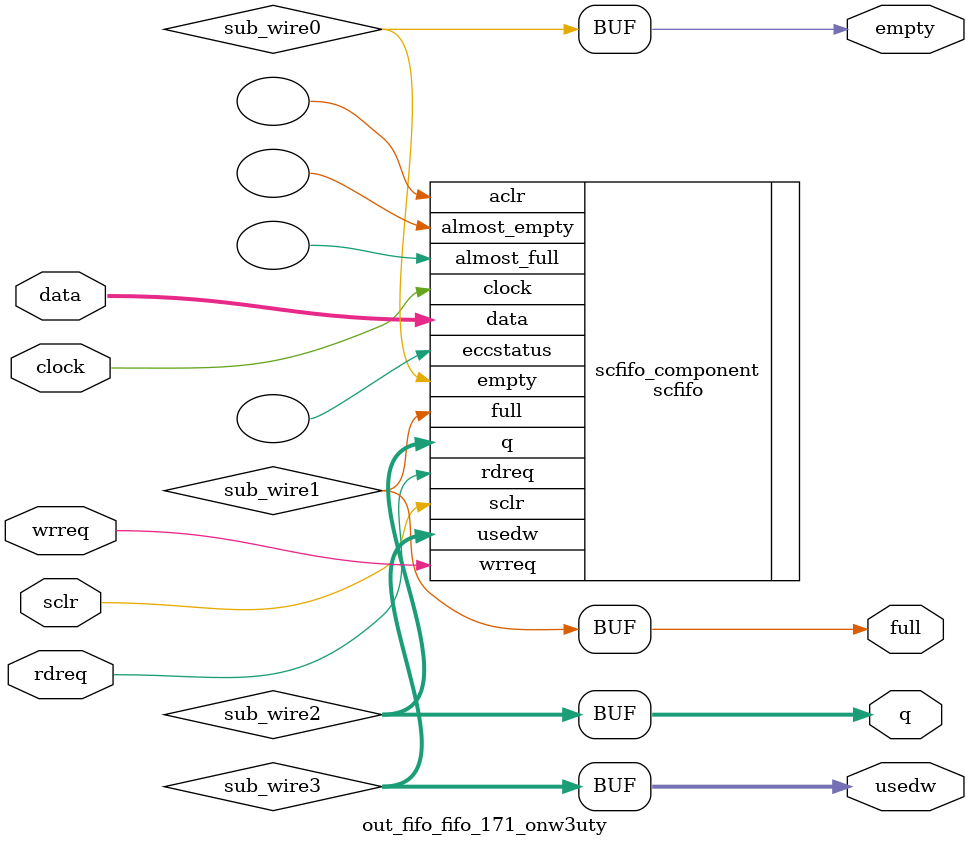
<source format=v>



`timescale 1 ps / 1 ps
// synopsys translate_on
module  out_fifo_fifo_171_onw3uty  (
    clock,
    data,
    rdreq,
    sclr,
    wrreq,
    empty,
    full,
    q,
    usedw);

    input    clock;
    input  [7:0]  data;
    input    rdreq;
    input    sclr;
    input    wrreq;
    output   empty;
    output   full;
    output [7:0]  q;
    output [16:0]  usedw;

    wire  sub_wire0;
    wire  sub_wire1;
    wire [7:0] sub_wire2;
    wire [16:0] sub_wire3;
    wire  empty = sub_wire0;
    wire  full = sub_wire1;
    wire [7:0] q = sub_wire2[7:0];
    wire [16:0] usedw = sub_wire3[16:0];

    scfifo  scfifo_component (
                .clock (clock),
                .data (data),
                .rdreq (rdreq),
                .sclr (sclr),
                .wrreq (wrreq),
                .empty (sub_wire0),
                .full (sub_wire1),
                .q (sub_wire2),
                .usedw (sub_wire3),
                .aclr (),
                .almost_empty (),
                .almost_full (),
                .eccstatus ());
    defparam
        scfifo_component.add_ram_output_register  = "ON",
        scfifo_component.enable_ecc  = "FALSE",
        scfifo_component.intended_device_family  = "Arria 10",
        scfifo_component.lpm_numwords  = 131072,
        scfifo_component.lpm_showahead  = "OFF",
        scfifo_component.lpm_type  = "scfifo",
        scfifo_component.lpm_width  = 8,
        scfifo_component.lpm_widthu  = 17,
        scfifo_component.overflow_checking  = "ON",
        scfifo_component.underflow_checking  = "ON",
        scfifo_component.use_eab  = "ON";


endmodule



</source>
